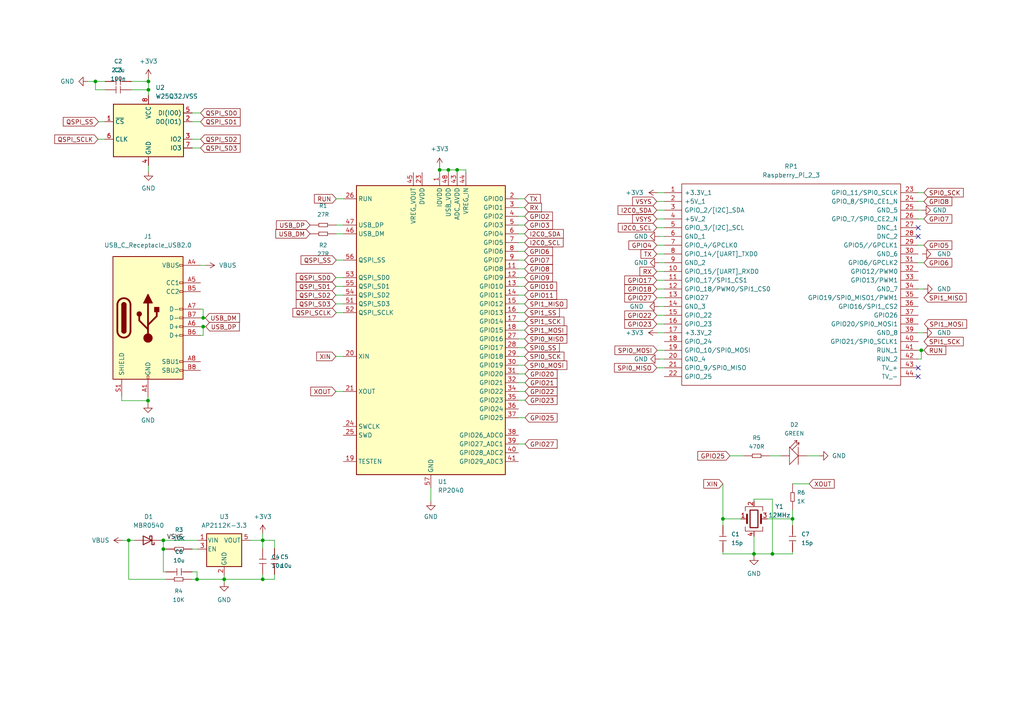
<source format=kicad_sch>
(kicad_sch (version 20211123) (generator eeschema)
  (paper "A4")
  (lib_symbols
    (symbol "Connector:USB_C_Receptacle_USB2.0" (pin_names (offset 1.016))
      (property "Reference" "J" (at -10.16 19.05 0))
      (property "Value" "USB_C_Receptacle_USB2.0" (at 19.05 19.05 0))
      (symbol "USB_C_Receptacle_USB2.0_0_0"
        (rectangle (start -0.254 -17.78) (end 0.254 -16.764))
        (rectangle (start 10.16 -14.986) (end 9.144 -15.494))
        (rectangle (start 10.16 -12.446) (end 9.144 -12.954))
        (rectangle (start 10.16 -4.826) (end 9.144 -5.334))
        (rectangle (start 10.16 -2.286) (end 9.144 -2.794))
        (rectangle (start 10.16 0.254) (end 9.144 -0.254))
        (rectangle (start 10.16 2.794) (end 9.144 2.286))
        (rectangle (start 10.16 7.874) (end 9.144 7.366))
        (rectangle (start 10.16 10.414) (end 9.144 9.906))
        (rectangle (start 10.16 15.494) (end 9.144 14.986))
      )
      (symbol "USB_C_Receptacle_USB2.0_0_1"
        (rectangle (start -10.16 17.78) (end 10.16 -17.78) (stroke (width 0.254)) (fill (type background)))
        (arc (start -8.89 -3.81) (mid -6.985 -5.715) (end -5.08 -3.81) (stroke (width 0.508)))
        (arc (start -7.62 -3.81) (mid -6.985 -4.445) (end -6.35 -3.81) (stroke (width 0.254)))
        (arc (start -7.62 -3.81) (mid -6.985 -4.445) (end -6.35 -3.81) (stroke (width 0.254)) (fill (type outline)))
        (rectangle (start -7.62 -3.81) (end -6.35 3.81) (stroke (width 0.254)) (fill (type outline)))
        (arc (start -6.35 3.81) (mid -6.985 4.445) (end -7.62 3.81) (stroke (width 0.254)))
        (arc (start -6.35 3.81) (mid -6.985 4.445) (end -7.62 3.81) (stroke (width 0.254)) (fill (type outline)))
        (arc (start -5.08 3.81) (mid -6.985 5.715) (end -8.89 3.81) (stroke (width 0.508)))
        (circle (center -2.54 1.143) (radius 0.635) (stroke (width 0.254)) (fill (type outline)))
        (circle (center 0 -5.842) (radius 1.27) (fill (type outline)))
        (polyline (pts (xy -8.89 -3.81) (xy -8.89 3.81)) (stroke (width 0.508)))
        (polyline (pts (xy -5.08 3.81) (xy -5.08 -3.81)) (stroke (width 0.508)))
        (polyline (pts (xy 0 -5.842) (xy 0 4.318)) (stroke (width 0.508)))
        (polyline (pts (xy 0 -3.302) (xy -2.54 -0.762) (xy -2.54 0.508)) (stroke (width 0.508)))
        (polyline (pts (xy 0 -2.032) (xy 2.54 0.508) (xy 2.54 1.778)) (stroke (width 0.508)))
        (polyline (pts (xy -1.27 4.318) (xy 0 6.858) (xy 1.27 4.318) (xy -1.27 4.318)) (stroke (width 0.254)) (fill (type outline)))
        (rectangle (start 1.905 1.778) (end 3.175 3.048) (stroke (width 0.254)) (fill (type outline)))
      )
      (symbol "USB_C_Receptacle_USB2.0_1_1"
        (pin passive line (at 0 -22.86 90) (length 5.08) (name "GND") (number "A1"))
        (pin passive line (at 0 -22.86 90) (length 5.08) hide (name "GND") (number "A12"))
        (pin passive line (at 15.24 15.24 180) (length 5.08) (name "VBUS") (number "A4"))
        (pin bidirectional line (at 15.24 10.16 180) (length 5.08) (name "CC1") (number "A5"))
        (pin bidirectional line (at 15.24 -2.54 180) (length 5.08) (name "D+") (number "A6"))
        (pin bidirectional line (at 15.24 2.54 180) (length 5.08) (name "D-") (number "A7"))
        (pin bidirectional line (at 15.24 -12.7 180) (length 5.08) (name "SBU1") (number "A8"))
        (pin passive line (at 15.24 15.24 180) (length 5.08) hide (name "VBUS") (number "A9"))
        (pin passive line (at 0 -22.86 90) (length 5.08) hide (name "GND") (number "B1"))
        (pin passive line (at 0 -22.86 90) (length 5.08) hide (name "GND") (number "B12"))
        (pin passive line (at 15.24 15.24 180) (length 5.08) hide (name "VBUS") (number "B4"))
        (pin bidirectional line (at 15.24 7.62 180) (length 5.08) (name "CC2") (number "B5"))
        (pin bidirectional line (at 15.24 -5.08 180) (length 5.08) (name "D+") (number "B6"))
        (pin bidirectional line (at 15.24 0 180) (length 5.08) (name "D-") (number "B7"))
        (pin bidirectional line (at 15.24 -15.24 180) (length 5.08) (name "SBU2") (number "B8"))
        (pin passive line (at 15.24 15.24 180) (length 5.08) hide (name "VBUS") (number "B9"))
        (pin passive line (at -7.62 -22.86 90) (length 5.08) (name "SHIELD") (number "S1"))
      )
    )
    (symbol "Device:Crystal_GND24" (pin_names (offset 1.016) hide)
      (property "Reference" "Y" (at 3.175 5.08 0))
      (property "Value" "Crystal_GND24" (at 3.175 3.175 0))
      (symbol "Crystal_GND24_0_1"
        (rectangle (start -1.143 2.54) (end 1.143 -2.54) (stroke (width 0.3048)))
        (polyline (pts (xy -2.54 0) (xy -2.032 0)))
        (polyline (pts (xy -2.032 -1.27) (xy -2.032 1.27)) (stroke (width 0.508)))
        (polyline (pts (xy 0 -3.81) (xy 0 -3.556)))
        (polyline (pts (xy 0 3.556) (xy 0 3.81)))
        (polyline (pts (xy 2.032 -1.27) (xy 2.032 1.27)) (stroke (width 0.508)))
        (polyline (pts (xy 2.032 0) (xy 2.54 0)))
        (polyline (pts (xy -2.54 -2.286) (xy -2.54 -3.556) (xy 2.54 -3.556) (xy 2.54 -2.286)))
        (polyline (pts (xy -2.54 2.286) (xy -2.54 3.556) (xy 2.54 3.556) (xy 2.54 2.286)))
      )
      (symbol "Crystal_GND24_1_1"
        (pin passive line (at -3.81 0 0) (length 1.27) (name "1") (number "1"))
        (pin passive line (at 0 5.08 270) (length 1.27) (name "2") (number "2"))
        (pin passive line (at 3.81 0 180) (length 1.27) (name "3") (number "3"))
        (pin passive line (at 0 -5.08 90) (length 1.27) (name "4") (number "4"))
      )
    )
    (symbol "Diode:MBR0540" (pin_numbers hide) (pin_names (offset 1.016) hide)
      (property "Reference" "D" (at 0 2.54 0))
      (property "Value" "MBR0540" (at 0 -2.54 0))
      (symbol "MBR0540_0_1"
        (polyline (pts (xy 1.27 0) (xy -1.27 0)))
        (polyline (pts (xy 1.27 1.27) (xy 1.27 -1.27) (xy -1.27 0) (xy 1.27 1.27)) (stroke (width 0.254)))
        (polyline (pts (xy -1.905 0.635) (xy -1.905 1.27) (xy -1.27 1.27) (xy -1.27 -1.27) (xy -0.635 -1.27) (xy -0.635 -0.635)) (stroke (width 0.254)))
      )
      (symbol "MBR0540_1_1"
        (pin passive line (at -3.81 0 0) (length 2.54) (name "K") (number "1"))
        (pin passive line (at 3.81 0 180) (length 2.54) (name "A") (number "2"))
      )
    )
    (symbol "MCU_RaspberryPi:RP2040"
      (property "Reference" "U" (at 17.78 45.72 0))
      (property "Value" "RP2040" (at 17.78 43.18 0))
      (symbol "RP2040_0_1"
        (rectangle (start -21.59 41.91) (end 21.59 -41.91) (stroke (width 0.254)) (fill (type background)))
      )
      (symbol "RP2040_1_1"
        (pin power_in line (at 2.54 45.72 270) (length 3.81) (name "IOVDD") (number "1"))
        (pin passive line (at 2.54 45.72 270) (length 3.81) hide (name "IOVDD") (number "10"))
        (pin bidirectional line (at 25.4 17.78 180) (length 3.81) (name "GPIO8") (number "11"))
        (pin bidirectional line (at 25.4 15.24 180) (length 3.81) (name "GPIO9") (number "12"))
        (pin bidirectional line (at 25.4 12.7 180) (length 3.81) (name "GPIO10") (number "13"))
        (pin bidirectional line (at 25.4 10.16 180) (length 3.81) (name "GPIO11") (number "14"))
        (pin bidirectional line (at 25.4 7.62 180) (length 3.81) (name "GPIO12") (number "15"))
        (pin bidirectional line (at 25.4 5.08 180) (length 3.81) (name "GPIO13") (number "16"))
        (pin bidirectional line (at 25.4 2.54 180) (length 3.81) (name "GPIO14") (number "17"))
        (pin bidirectional line (at 25.4 0 180) (length 3.81) (name "GPIO15") (number "18"))
        (pin input line (at -25.4 -38.1 0) (length 3.81) (name "TESTEN") (number "19"))
        (pin bidirectional line (at 25.4 38.1 180) (length 3.81) (name "GPIO0") (number "2"))
        (pin input line (at -25.4 -7.62 0) (length 3.81) (name "XIN") (number "20"))
        (pin passive line (at -25.4 -17.78 0) (length 3.81) (name "XOUT") (number "21"))
        (pin passive line (at 2.54 45.72 270) (length 3.81) hide (name "IOVDD") (number "22"))
        (pin power_in line (at -2.54 45.72 270) (length 3.81) (name "DVDD") (number "23"))
        (pin output line (at -25.4 -27.94 0) (length 3.81) (name "SWCLK") (number "24"))
        (pin bidirectional line (at -25.4 -30.48 0) (length 3.81) (name "SWD") (number "25"))
        (pin input line (at -25.4 38.1 0) (length 3.81) (name "RUN") (number "26"))
        (pin bidirectional line (at 25.4 -2.54 180) (length 3.81) (name "GPIO16") (number "27"))
        (pin bidirectional line (at 25.4 -5.08 180) (length 3.81) (name "GPIO17") (number "28"))
        (pin bidirectional line (at 25.4 -7.62 180) (length 3.81) (name "GPIO18") (number "29"))
        (pin bidirectional line (at 25.4 35.56 180) (length 3.81) (name "GPIO1") (number "3"))
        (pin bidirectional line (at 25.4 -10.16 180) (length 3.81) (name "GPIO19") (number "30"))
        (pin bidirectional line (at 25.4 -12.7 180) (length 3.81) (name "GPIO20") (number "31"))
        (pin bidirectional line (at 25.4 -15.24 180) (length 3.81) (name "GPIO21") (number "32"))
        (pin passive line (at 2.54 45.72 270) (length 3.81) hide (name "IOVDD") (number "33"))
        (pin bidirectional line (at 25.4 -17.78 180) (length 3.81) (name "GPIO22") (number "34"))
        (pin bidirectional line (at 25.4 -20.32 180) (length 3.81) (name "GPIO23") (number "35"))
        (pin bidirectional line (at 25.4 -22.86 180) (length 3.81) (name "GPIO24") (number "36"))
        (pin bidirectional line (at 25.4 -25.4 180) (length 3.81) (name "GPIO25") (number "37"))
        (pin bidirectional line (at 25.4 -30.48 180) (length 3.81) (name "GPIO26_ADC0") (number "38"))
        (pin bidirectional line (at 25.4 -33.02 180) (length 3.81) (name "GPIO27_ADC1") (number "39"))
        (pin bidirectional line (at 25.4 33.02 180) (length 3.81) (name "GPIO2") (number "4"))
        (pin bidirectional line (at 25.4 -35.56 180) (length 3.81) (name "GPIO28_ADC2") (number "40"))
        (pin bidirectional line (at 25.4 -38.1 180) (length 3.81) (name "GPIO29_ADC3") (number "41"))
        (pin passive line (at 2.54 45.72 270) (length 3.81) hide (name "IOVDD") (number "42"))
        (pin power_in line (at 7.62 45.72 270) (length 3.81) (name "ADC_AVDD") (number "43"))
        (pin power_in line (at 10.16 45.72 270) (length 3.81) (name "VREG_IN") (number "44"))
        (pin power_out line (at -5.08 45.72 270) (length 3.81) (name "VREG_VOUT") (number "45"))
        (pin bidirectional line (at -25.4 27.94 0) (length 3.81) (name "USB_DM") (number "46"))
        (pin bidirectional line (at -25.4 30.48 0) (length 3.81) (name "USB_DP") (number "47"))
        (pin power_in line (at 5.08 45.72 270) (length 3.81) (name "USB_VDD") (number "48"))
        (pin passive line (at 2.54 45.72 270) (length 3.81) hide (name "IOVDD") (number "49"))
        (pin bidirectional line (at 25.4 30.48 180) (length 3.81) (name "GPIO3") (number "5"))
        (pin passive line (at -2.54 45.72 270) (length 3.81) hide (name "DVDD") (number "50"))
        (pin bidirectional line (at -25.4 7.62 0) (length 3.81) (name "QSPI_SD3") (number "51"))
        (pin output line (at -25.4 5.08 0) (length 3.81) (name "QSPI_SCLK") (number "52"))
        (pin bidirectional line (at -25.4 15.24 0) (length 3.81) (name "QSPI_SD0") (number "53"))
        (pin bidirectional line (at -25.4 10.16 0) (length 3.81) (name "QSPI_SD2") (number "54"))
        (pin bidirectional line (at -25.4 12.7 0) (length 3.81) (name "QSPI_SD1") (number "55"))
        (pin bidirectional line (at -25.4 20.32 0) (length 3.81) (name "QSPI_SS") (number "56"))
        (pin power_in line (at 0 -45.72 90) (length 3.81) (name "GND") (number "57"))
        (pin bidirectional line (at 25.4 27.94 180) (length 3.81) (name "GPIO4") (number "6"))
        (pin bidirectional line (at 25.4 25.4 180) (length 3.81) (name "GPIO5") (number "7"))
        (pin bidirectional line (at 25.4 22.86 180) (length 3.81) (name "GPIO6") (number "8"))
        (pin bidirectional line (at 25.4 20.32 180) (length 3.81) (name "GPIO7") (number "9"))
      )
    )
    (symbol "Memory_Flash:W25Q32JVSS"
      (property "Reference" "U" (at -8.89 8.89 0))
      (property "Value" "W25Q32JVSS" (at 7.62 8.89 0))
      (symbol "W25Q32JVSS_0_1"
        (rectangle (start -10.16 7.62) (end 10.16 -7.62) (stroke (width 0.254)) (fill (type background)))
      )
      (symbol "W25Q32JVSS_1_1"
        (pin input line (at -12.7 2.54 0) (length 2.54) (name "~{CS}") (number "1"))
        (pin bidirectional line (at 12.7 2.54 180) (length 2.54) (name "DO(IO1)") (number "2"))
        (pin bidirectional line (at 12.7 -2.54 180) (length 2.54) (name "IO2") (number "3"))
        (pin power_in line (at 0 -10.16 90) (length 2.54) (name "GND") (number "4"))
        (pin bidirectional line (at 12.7 5.08 180) (length 2.54) (name "DI(IO0)") (number "5"))
        (pin input line (at -12.7 -2.54 0) (length 2.54) (name "CLK") (number "6"))
        (pin bidirectional line (at 12.7 -5.08 180) (length 2.54) (name "IO3") (number "7"))
        (pin power_in line (at 0 10.16 270) (length 2.54) (name "VCC") (number "8"))
      )
    )
    (symbol "OPL_Capacitor:CERAMIC-100UF-6.3V-20%-X5R_1206_" (pin_numbers hide) (pin_names (offset 1.016) hide)
      (property "Reference" "C" (at -3.81 1.27 0))
      (property "Value" "CERAMIC-100UF-6.3V-20%-X5R_1206_" (at -3.81 -2.54 0))
      (symbol "CERAMIC-100UF-6.3V-20%-X5R_1206__1_0"
        (polyline (pts (xy -1.27 0) (xy -0.635 0)))
        (polyline (pts (xy -0.635 -1.016) (xy -0.635 0)))
        (polyline (pts (xy -0.635 0) (xy -0.635 1.016)))
        (polyline (pts (xy 0.635 0) (xy 0.635 -1.016)))
        (polyline (pts (xy 0.635 0) (xy 1.27 0)))
        (polyline (pts (xy 0.635 1.016) (xy 0.635 0)))
      )
      (symbol "CERAMIC-100UF-6.3V-20%-X5R_1206__1_1"
        (pin passive line (at -3.81 0 0) (length 2.54) (name "1") (number "1"))
        (pin passive line (at 3.81 0 180) (length 2.54) (name "2") (number "2"))
      )
    )
    (symbol "OPL_Optoelectronics:SMD-LED-CLEAR-GREEN_0805_" (pin_numbers hide) (pin_names (offset 1.016) hide)
      (property "Reference" "D" (at -7.62 1.27 0))
      (property "Value" "SMD-LED-CLEAR-GREEN_0805_" (at -5.08 -5.08 0))
      (symbol "SMD-LED-CLEAR-GREEN_0805__1_0"
        (polyline (pts (xy -1.27 -2.54) (xy -1.27 2.54)))
        (polyline (pts (xy -1.27 2.54) (xy -1.143 2.413)))
        (polyline (pts (xy -1.143 2.413) (xy -0.508 1.778)))
        (polyline (pts (xy -1.143 2.413) (xy 0.889 4.445)))
        (polyline (pts (xy -0.508 1.778) (xy 1.27 0)))
        (polyline (pts (xy -0.508 1.778) (xy 1.524 3.81)))
        (polyline (pts (xy 0.889 4.445) (xy 0.127 4.318)))
        (polyline (pts (xy 0.889 4.445) (xy 0.762 3.683)))
        (polyline (pts (xy 1.27 0) (xy -1.27 -2.54)))
        (polyline (pts (xy 1.27 2.54) (xy 1.27 -2.54)))
        (polyline (pts (xy 1.524 3.81) (xy 0.762 3.683)))
        (polyline (pts (xy 1.524 3.81) (xy 1.397 3.048)))
      )
      (symbol "SMD-LED-CLEAR-GREEN_0805__1_1"
        (pin passive line (at -3.81 0 0) (length 2.54) (name "+") (number "1"))
        (pin passive line (at 3.81 0 180) (length 2.54) (name "-") (number "2"))
      )
    )
    (symbol "OPL_Resistor:SMD-RES-20K-1%-1_10W_0603_" (pin_numbers hide) (pin_names (offset 1.016) hide)
      (property "Reference" "R" (at -3.81 1.27 0))
      (property "Value" "SMD-RES-20K-1%-1_10W_0603_" (at -3.81 -2.54 0))
      (symbol "SMD-RES-20K-1%-1_10W_0603__1_0"
        (polyline (pts (xy -1.27 -0.508) (xy -1.27 0.508)))
        (polyline (pts (xy -1.27 0.508) (xy 1.27 0.508)))
        (polyline (pts (xy 1.27 -0.508) (xy -1.27 -0.508)))
        (polyline (pts (xy 1.27 0.508) (xy 1.27 -0.508)))
      )
      (symbol "SMD-RES-20K-1%-1_10W_0603__1_1"
        (pin passive line (at -3.81 0 0) (length 2.54) (name "1") (number "1"))
        (pin passive line (at 3.81 0 180) (length 2.54) (name "2") (number "2"))
      )
    )
    (symbol "Raspberry_Pi_2_or_3:Raspberry_Pi_2_3" (pin_names (offset 0.762))
      (property "Reference" "RP" (at 30.48 27.94 0))
      (property "Value" "Raspberry_Pi_2_3" (at 30.48 25.4 0))
      (symbol "Raspberry_Pi_2_3_0_0"
        (pin bidirectional line (at 0 0 0) (length 5.08) (name "+3.3V_1") (number "1"))
        (pin bidirectional line (at 0 -22.86 0) (length 5.08) (name "GPIO_15/[UART]_RXD0") (number "10"))
        (pin bidirectional line (at 0 -25.4 0) (length 5.08) (name "GPIO_17/SPI1_CS1") (number "11"))
        (pin bidirectional line (at 0 -27.94 0) (length 5.08) (name "GPIO_18/PWM0/SPI1_CS0") (number "12"))
        (pin bidirectional line (at 0 -30.48 0) (length 5.08) (name "GPIO27") (number "13"))
        (pin bidirectional line (at 0 -33.02 0) (length 5.08) (name "GND_3") (number "14"))
        (pin bidirectional line (at 0 -35.56 0) (length 5.08) (name "GPIO_22") (number "15"))
        (pin bidirectional line (at 0 -38.1 0) (length 5.08) (name "GPIO_23") (number "16"))
        (pin bidirectional line (at 0 -40.64 0) (length 5.08) (name "+3.3V_2") (number "17"))
        (pin bidirectional line (at 0 -43.18 0) (length 5.08) (name "GPIO_24") (number "18"))
        (pin bidirectional line (at 0 -45.72 0) (length 5.08) (name "GPIO_10/SPI0_MOSI") (number "19"))
        (pin bidirectional line (at 0 -2.54 0) (length 5.08) (name "+5V_1") (number "2"))
        (pin bidirectional line (at 0 -48.26 0) (length 5.08) (name "GND_4") (number "20"))
        (pin bidirectional line (at 0 -50.8 0) (length 5.08) (name "GPIO_9/SPI0_MISO") (number "21"))
        (pin bidirectional line (at 0 -53.34 0) (length 5.08) (name "GPIO_25") (number "22"))
        (pin bidirectional line (at 73.66 0 180) (length 5.08) (name "GPIO_11/SPI0_SCLK") (number "23"))
        (pin bidirectional line (at 73.66 -2.54 180) (length 5.08) (name "GPIO_8/SPI0_CE1_N") (number "24"))
        (pin bidirectional line (at 73.66 -5.08 180) (length 5.08) (name "GND_5") (number "25"))
        (pin bidirectional line (at 73.66 -7.62 180) (length 5.08) (name "GPIO_7/SPI0_CE2_N") (number "26"))
        (pin bidirectional line (at 73.66 -10.16 180) (length 5.08) (name "DNC_1") (number "27"))
        (pin bidirectional line (at 73.66 -12.7 180) (length 5.08) (name "DNC_2") (number "28"))
        (pin bidirectional line (at 73.66 -15.24 180) (length 5.08) (name "GPIO5//GPCLK1") (number "29"))
        (pin bidirectional line (at 0 -5.08 0) (length 5.08) (name "GPIO_2/[I2C]_SDA") (number "3"))
        (pin bidirectional line (at 73.66 -17.78 180) (length 5.08) (name "GND_6") (number "30"))
        (pin bidirectional line (at 73.66 -20.32 180) (length 5.08) (name "GPIO6/GPCLK2") (number "31"))
        (pin bidirectional line (at 73.66 -22.86 180) (length 5.08) (name "GPIO12/PWM0") (number "32"))
        (pin bidirectional line (at 73.66 -25.4 180) (length 5.08) (name "GPIO13/PWM1") (number "33"))
        (pin bidirectional line (at 73.66 -27.94 180) (length 5.08) (name "GND_7") (number "34"))
        (pin bidirectional line (at 73.66 -30.48 180) (length 5.08) (name "GPIO19/SPI0_MISO1/PWM1") (number "35"))
        (pin bidirectional line (at 73.66 -33.02 180) (length 5.08) (name "GPIO16/SPI1_CS2") (number "36"))
        (pin bidirectional line (at 73.66 -35.56 180) (length 5.08) (name "GPIO26") (number "37"))
        (pin bidirectional line (at 73.66 -38.1 180) (length 5.08) (name "GPIO20/SPI0_MOSI1") (number "38"))
        (pin bidirectional line (at 73.66 -40.64 180) (length 5.08) (name "GND_8") (number "39"))
        (pin bidirectional line (at 0 -7.62 0) (length 5.08) (name "+5V_2") (number "4"))
        (pin bidirectional line (at 73.66 -43.18 180) (length 5.08) (name "GPIO21/SPI0_SCLK1") (number "40"))
        (pin bidirectional line (at 73.66 -45.72 180) (length 5.08) (name "RUN_1") (number "41"))
        (pin bidirectional line (at 73.66 -48.26 180) (length 5.08) (name "RUN_2") (number "42"))
        (pin bidirectional line (at 73.66 -50.8 180) (length 5.08) (name "TV_+") (number "43"))
        (pin bidirectional line (at 73.66 -53.34 180) (length 5.08) (name "TV_-") (number "44"))
        (pin bidirectional line (at 0 -10.16 0) (length 5.08) (name "GPIO_3/[I2C]_SCL") (number "5"))
        (pin bidirectional line (at 0 -12.7 0) (length 5.08) (name "GND_1") (number "6"))
        (pin bidirectional line (at 0 -15.24 0) (length 5.08) (name "GPIO_4/GPCLK0") (number "7"))
        (pin bidirectional line (at 0 -17.78 0) (length 5.08) (name "GPIO_14/[UART]_TXD0") (number "8"))
        (pin bidirectional line (at 0 -20.32 0) (length 5.08) (name "GND_2") (number "9"))
      )
      (symbol "Raspberry_Pi_2_3_0_1"
        (polyline (pts (xy 5.08 2.54) (xy 68.58 2.54) (xy 68.58 -55.88) (xy 5.08 -55.88) (xy 5.08 2.54)) (stroke (width 0.1524)))
      )
    )
    (symbol "Regulator_Linear:AP2112K-3.3" (pin_names (offset 0.254))
      (property "Reference" "U" (at -5.08 5.715 0))
      (property "Value" "AP2112K-3.3" (at 0 5.715 0))
      (symbol "AP2112K-3.3_0_1"
        (rectangle (start -5.08 4.445) (end 5.08 -5.08) (stroke (width 0.254)) (fill (type background)))
      )
      (symbol "AP2112K-3.3_1_1"
        (pin power_in line (at -7.62 2.54 0) (length 2.54) (name "VIN") (number "1"))
        (pin power_in line (at 0 -7.62 90) (length 2.54) (name "GND") (number "2"))
        (pin input line (at -7.62 0 0) (length 2.54) (name "EN") (number "3"))
        (pin no_connect line (at 5.08 0 180) (length 2.54) hide (name "NC") (number "4"))
        (pin power_out line (at 7.62 2.54 180) (length 2.54) (name "VOUT") (number "5"))
      )
    )
    (symbol "power:+3V3" (power) (pin_names (offset 0))
      (property "Value" "+3V3" (at 0 3.556 0))
      (symbol "+3V3_0_1"
        (polyline (pts (xy -0.762 1.27) (xy 0 2.54)))
        (polyline (pts (xy 0 0) (xy 0 2.54)))
        (polyline (pts (xy 0 2.54) (xy 0.762 1.27)))
      )
      (symbol "+3V3_1_1"
        (pin power_in line (at 0 0 90) (length 0) hide (name "+3V3") (number "1"))
      )
    )
    (symbol "power:GND" (power) (pin_names (offset 0))
      (property "Value" "GND" (at 0 -3.81 0))
      (symbol "GND_0_1"
        (polyline (pts (xy 0 0) (xy 0 -1.27) (xy 1.27 -1.27) (xy 0 -2.54) (xy -1.27 -1.27) (xy 0 -1.27)))
      )
      (symbol "GND_1_1"
        (pin power_in line (at 0 0 270) (length 0) hide (name "GND") (number "1"))
      )
    )
    (symbol "power:VBUS" (power) (pin_names (offset 0))
      (property "Value" "VBUS" (at 0 3.81 0))
      (symbol "VBUS_0_1"
        (polyline (pts (xy -0.762 1.27) (xy 0 2.54)))
        (polyline (pts (xy 0 0) (xy 0 2.54)))
        (polyline (pts (xy 0 2.54) (xy 0.762 1.27)))
      )
      (symbol "VBUS_1_1"
        (pin power_in line (at 0 0 90) (length 0) hide (name "VBUS") (number "1"))
      )
    )
  )
  (junction (at 127.508 49.276))
  (junction (at 76.2 168.021))
  (junction (at 76.2 156.718))
  (junction (at 224.028 160.655))
  (junction (at 37.338 156.718))
  (junction (at 218.694 160.655))
  (junction (at 57.15 168.021))
  (junction (at 267.208 101.6))
  (junction (at 209.677 150.495))
  (junction (at 27.686 23.622))
  (junction (at 43.053 23.622))
  (junction (at 47.371 156.718))
  (junction (at 58.928 92.202))
  (junction (at 132.588 49.276))
  (junction (at 58.928 94.742))
  (junction (at 43.053 26.035))
  (junction (at 47.371 159.258))
  (junction (at 42.926 116.205))
  (junction (at 130.048 49.276))
  (junction (at 229.87 150.495))
  (junction (at 65.024 168.021))
  (no_connect (at 266.319 109.22))
  (no_connect (at 266.319 106.68))
  (no_connect (at 266.319 66.04))
  (no_connect (at 266.319 68.58))
  (wire (pts (xy 38.1 23.622) (xy 43.053 23.622)))
  (wire (pts (xy 150.368 105.918) (xy 152.146 105.918)))
  (wire (pts (xy 76.2 166.624) (xy 76.2 168.021)))
  (wire (pts (xy 218.694 160.655) (xy 218.694 161.29)))
  (wire (pts (xy 58.928 89.662) (xy 58.928 92.202)))
  (wire (pts (xy 43.053 23.622) (xy 43.053 26.035)))
  (wire (pts (xy 48.133 159.258) (xy 47.371 159.258)))
  (wire (pts (xy 43.053 22.733) (xy 43.053 23.622)))
  (wire (pts (xy 97.409 80.518) (xy 99.568 80.518)))
  (wire (pts (xy 124.968 141.478) (xy 124.968 145.415)))
  (wire (pts (xy 97.536 65.278) (xy 99.568 65.278)))
  (wire (pts (xy 209.677 140.335) (xy 209.677 150.495)))
  (wire (pts (xy 47.371 159.258) (xy 47.371 156.718)))
  (wire (pts (xy 190.5 83.82) (xy 192.659 83.82)))
  (wire (pts (xy 76.2 154.813) (xy 76.2 156.718)))
  (wire (pts (xy 150.368 103.378) (xy 152.146 103.378)))
  (wire (pts (xy 97.536 57.658) (xy 99.568 57.658)))
  (wire (pts (xy 190.5 91.44) (xy 192.659 91.44)))
  (wire (pts (xy 132.588 49.276) (xy 130.048 49.276)))
  (wire (pts (xy 97.409 83.058) (xy 99.568 83.058)))
  (wire (pts (xy 190.754 55.88) (xy 192.659 55.88)))
  (wire (pts (xy 30.48 26.035) (xy 27.686 26.035)))
  (wire (pts (xy 42.926 115.062) (xy 42.926 116.205)))
  (wire (pts (xy 190.5 66.04) (xy 192.659 66.04)))
  (wire (pts (xy 79.629 166.624) (xy 79.629 168.021)))
  (wire (pts (xy 37.338 156.718) (xy 38.989 156.718)))
  (wire (pts (xy 190.5 78.74) (xy 192.659 78.74)))
  (wire (pts (xy 190.627 96.52) (xy 192.659 96.52)))
  (wire (pts (xy 55.753 165.862) (xy 57.15 165.862)))
  (wire (pts (xy 150.368 95.758) (xy 152.146 95.758)))
  (wire (pts (xy 150.368 116.078) (xy 152.273 116.078)))
  (wire (pts (xy 209.677 150.495) (xy 209.677 152.4)))
  (wire (pts (xy 229.87 150.495) (xy 229.87 152.4)))
  (wire (pts (xy 150.368 113.538) (xy 152.273 113.538)))
  (wire (pts (xy 234.061 132.207) (xy 237.617 132.207)))
  (wire (pts (xy 28.448 40.386) (xy 30.353 40.386)))
  (wire (pts (xy 28.575 35.306) (xy 30.353 35.306)))
  (wire (pts (xy 55.753 40.386) (xy 58.166 40.386)))
  (wire (pts (xy 76.2 156.718) (xy 76.2 159.004)))
  (wire (pts (xy 43.053 26.035) (xy 43.053 27.686)))
  (wire (pts (xy 211.709 132.207) (xy 215.646 132.207)))
  (wire (pts (xy 25.4 23.622) (xy 27.686 23.622)))
  (wire (pts (xy 266.319 55.88) (xy 267.97 55.88)))
  (wire (pts (xy 150.368 108.458) (xy 152.273 108.458)))
  (wire (pts (xy 65.024 166.878) (xy 65.024 168.021)))
  (wire (pts (xy 150.368 98.298) (xy 152.146 98.298)))
  (wire (pts (xy 37.338 168.021) (xy 37.338 156.718)))
  (wire (pts (xy 218.694 144.78) (xy 224.028 144.78)))
  (wire (pts (xy 58.166 89.662) (xy 58.928 89.662)))
  (wire (pts (xy 229.87 140.335) (xy 234.696 140.335)))
  (wire (pts (xy 58.928 94.742) (xy 59.69 94.742)))
  (wire (pts (xy 130.048 49.276) (xy 127.508 49.276)))
  (wire (pts (xy 76.2 156.718) (xy 79.629 156.718)))
  (wire (pts (xy 58.928 97.282) (xy 58.928 94.742)))
  (wire (pts (xy 48.133 165.862) (xy 47.371 165.862)))
  (wire (pts (xy 97.536 75.438) (xy 99.568 75.438)))
  (wire (pts (xy 223.266 132.207) (xy 226.441 132.207)))
  (wire (pts (xy 48.006 168.021) (xy 37.338 168.021)))
  (wire (pts (xy 190.5 93.98) (xy 192.659 93.98)))
  (wire (pts (xy 190.5 106.68) (xy 192.659 106.68)))
  (wire (pts (xy 266.319 101.6) (xy 267.208 101.6)))
  (wire (pts (xy 150.368 93.218) (xy 152.146 93.218)))
  (wire (pts (xy 58.166 76.962) (xy 59.69 76.962)))
  (wire (pts (xy 43.053 48.006) (xy 43.053 49.784)))
  (wire (pts (xy 191.262 104.14) (xy 192.659 104.14)))
  (wire (pts (xy 267.208 104.14) (xy 267.208 101.6)))
  (wire (pts (xy 47.371 156.718) (xy 57.404 156.718)))
  (wire (pts (xy 72.644 156.718) (xy 76.2 156.718)))
  (wire (pts (xy 150.368 67.818) (xy 152.146 67.818)))
  (wire (pts (xy 190.5 71.12) (xy 192.659 71.12)))
  (wire (pts (xy 150.368 60.198) (xy 152.146 60.198)))
  (wire (pts (xy 97.536 90.678) (xy 99.568 90.678)))
  (wire (pts (xy 42.926 116.205) (xy 42.926 117.094)))
  (wire (pts (xy 191.135 68.58) (xy 192.659 68.58)))
  (wire (pts (xy 150.368 75.438) (xy 152.146 75.438)))
  (wire (pts (xy 190.5 60.96) (xy 192.659 60.96)))
  (wire (pts (xy 190.627 101.6) (xy 192.659 101.6)))
  (wire (pts (xy 35.56 156.718) (xy 37.338 156.718)))
  (wire (pts (xy 55.753 42.926) (xy 58.166 42.926)))
  (wire (pts (xy 46.609 156.718) (xy 47.371 156.718)))
  (wire (pts (xy 55.753 35.306) (xy 58.166 35.306)))
  (wire (pts (xy 97.409 88.138) (xy 99.568 88.138)))
  (wire (pts (xy 191.008 88.9) (xy 192.659 88.9)))
  (wire (pts (xy 150.368 128.778) (xy 152.273 128.778)))
  (wire (pts (xy 150.368 121.158) (xy 152.273 121.158)))
  (wire (pts (xy 58.928 92.202) (xy 59.563 92.202)))
  (wire (pts (xy 150.368 90.678) (xy 152.146 90.678)))
  (wire (pts (xy 266.319 60.96) (xy 267.335 60.96)))
  (wire (pts (xy 150.368 72.898) (xy 152.146 72.898)))
  (wire (pts (xy 224.028 144.78) (xy 224.028 160.655)))
  (wire (pts (xy 127.508 48.387) (xy 127.508 49.276)))
  (wire (pts (xy 190.5 63.5) (xy 192.659 63.5)))
  (wire (pts (xy 266.319 58.42) (xy 267.97 58.42)))
  (wire (pts (xy 97.409 113.538) (xy 99.568 113.538)))
  (wire (pts (xy 57.15 165.862) (xy 57.15 168.021)))
  (wire (pts (xy 266.319 71.12) (xy 267.97 71.12)))
  (wire (pts (xy 218.694 145.415) (xy 218.694 144.78)))
  (wire (pts (xy 229.87 160.655) (xy 224.028 160.655)))
  (wire (pts (xy 150.368 62.738) (xy 152.146 62.738)))
  (wire (pts (xy 135.128 50.038) (xy 135.128 49.276)))
  (wire (pts (xy 58.166 94.742) (xy 58.928 94.742)))
  (wire (pts (xy 190.5 73.66) (xy 192.659 73.66)))
  (wire (pts (xy 58.166 92.202) (xy 58.928 92.202)))
  (wire (pts (xy 150.368 110.998) (xy 152.273 110.998)))
  (wire (pts (xy 209.677 160.655) (xy 218.694 160.655)))
  (wire (pts (xy 38.1 26.035) (xy 43.053 26.035)))
  (wire (pts (xy 130.048 50.038) (xy 130.048 49.276)))
  (wire (pts (xy 150.368 85.598) (xy 152.146 85.598)))
  (wire (pts (xy 150.368 57.658) (xy 152.146 57.658)))
  (wire (pts (xy 97.409 103.378) (xy 99.568 103.378)))
  (wire (pts (xy 35.306 116.205) (xy 42.926 116.205)))
  (wire (pts (xy 58.166 97.282) (xy 58.928 97.282)))
  (wire (pts (xy 190.5 86.36) (xy 192.659 86.36)))
  (wire (pts (xy 97.409 85.598) (xy 99.568 85.598)))
  (wire (pts (xy 266.319 96.52) (xy 267.716 96.52)))
  (wire (pts (xy 150.368 83.058) (xy 152.146 83.058)))
  (wire (pts (xy 266.319 76.2) (xy 267.97 76.2)))
  (wire (pts (xy 127.508 49.276) (xy 127.508 50.038)))
  (wire (pts (xy 267.208 101.6) (xy 267.97 101.6)))
  (wire (pts (xy 135.128 49.276) (xy 132.588 49.276)))
  (wire (pts (xy 27.686 26.035) (xy 27.686 23.622)))
  (wire (pts (xy 190.5 58.42) (xy 192.659 58.42)))
  (wire (pts (xy 150.368 100.838) (xy 152.146 100.838)))
  (wire (pts (xy 79.629 156.718) (xy 79.629 159.004)))
  (wire (pts (xy 191.135 76.2) (xy 192.659 76.2)))
  (wire (pts (xy 266.319 83.82) (xy 267.843 83.82)))
  (wire (pts (xy 55.753 32.766) (xy 58.166 32.766)))
  (wire (pts (xy 209.677 160.02) (xy 209.677 160.655)))
  (wire (pts (xy 214.884 150.495) (xy 209.677 150.495)))
  (wire (pts (xy 190.5 81.28) (xy 192.659 81.28)))
  (wire (pts (xy 150.368 65.278) (xy 152.146 65.278)))
  (wire (pts (xy 35.306 115.062) (xy 35.306 116.205)))
  (wire (pts (xy 150.368 80.518) (xy 152.146 80.518)))
  (wire (pts (xy 76.2 168.021) (xy 65.024 168.021)))
  (wire (pts (xy 150.368 88.138) (xy 152.146 88.138)))
  (wire (pts (xy 55.626 168.021) (xy 57.15 168.021)))
  (wire (pts (xy 47.371 165.862) (xy 47.371 159.258)))
  (wire (pts (xy 132.588 50.038) (xy 132.588 49.276)))
  (wire (pts (xy 97.536 67.818) (xy 99.568 67.818)))
  (wire (pts (xy 222.504 150.495) (xy 229.87 150.495)))
  (wire (pts (xy 229.87 147.955) (xy 229.87 150.495)))
  (wire (pts (xy 55.753 159.258) (xy 57.404 159.258)))
  (wire (pts (xy 266.319 63.5) (xy 267.97 63.5)))
  (wire (pts (xy 79.629 168.021) (xy 76.2 168.021)))
  (wire (pts (xy 27.686 23.622) (xy 30.48 23.622)))
  (wire (pts (xy 224.028 160.655) (xy 218.694 160.655)))
  (wire (pts (xy 57.15 168.021) (xy 65.024 168.021)))
  (wire (pts (xy 266.319 104.14) (xy 267.208 104.14)))
  (wire (pts (xy 218.694 155.575) (xy 218.694 160.655)))
  (wire (pts (xy 65.024 168.021) (xy 65.024 168.91)))
  (wire (pts (xy 150.368 70.358) (xy 152.146 70.358)))
  (wire (pts (xy 229.87 160.02) (xy 229.87 160.655)))
  (wire (pts (xy 150.368 77.978) (xy 152.146 77.978)))
  (label "VSYS" (at 48.387 156.718 0))
  (global_label "GPIO5" (shape input) (at 267.97 71.12 0) (property "Intersheet References" "${INTERSHEET_REFS}" (effects hide)))
  (global_label "USB_DP" (shape input) (at 89.916 65.278 180) (property "Intersheet References" "${INTERSHEET_REFS}" (effects hide)))
  (global_label "GPIO23" (shape input) (at 190.5 93.98 180) (property "Intersheet References" "${INTERSHEET_REFS}" (effects hide)))
  (global_label "QSPI_SD3" (shape input) (at 97.409 88.138 180) (property "Intersheet References" "${INTERSHEET_REFS}" (effects hide)))
  (global_label "RX" (shape input) (at 190.5 78.74 180) (property "Intersheet References" "${INTERSHEET_REFS}" (effects hide)))
  (global_label "RX" (shape input) (at 152.146 60.198 0) (property "Intersheet References" "${INTERSHEET_REFS}" (effects hide)))
  (global_label "GPIO4" (shape input) (at 190.5 71.12 180) (property "Intersheet References" "${INTERSHEET_REFS}" (effects hide)))
  (global_label "USB_DM" (shape input) (at 89.916 67.818 180) (property "Intersheet References" "${INTERSHEET_REFS}" (effects hide)))
  (global_label "GPIO7" (shape input) (at 267.97 63.5 0) (property "Intersheet References" "${INTERSHEET_REFS}" (effects hide)))
  (global_label "SPI1_MOSI" (shape input) (at 268.097 93.98 0) (property "Intersheet References" "${INTERSHEET_REFS}" (effects hide)))
  (global_label "GPIO9" (shape input) (at 152.146 80.518 0) (property "Intersheet References" "${INTERSHEET_REFS}" (effects hide)))
  (global_label "GPIO6" (shape input) (at 267.97 76.2 0) (property "Intersheet References" "${INTERSHEET_REFS}" (effects hide)))
  (global_label "QSPI_SD1" (shape input) (at 58.166 35.306 0) (property "Intersheet References" "${INTERSHEET_REFS}" (effects hide)))
  (global_label "SPI0_MOSI" (shape input) (at 190.627 101.6 180) (property "Intersheet References" "${INTERSHEET_REFS}" (effects hide)))
  (global_label "GPIO25" (shape input) (at 152.273 121.158 0) (property "Intersheet References" "${INTERSHEET_REFS}" (effects hide)))
  (global_label "QSPI_SD0" (shape input) (at 58.166 32.766 0) (property "Intersheet References" "${INTERSHEET_REFS}" (effects hide)))
  (global_label "QSPI_SD2" (shape input) (at 58.166 40.386 0) (property "Intersheet References" "${INTERSHEET_REFS}" (effects hide)))
  (global_label "GPIO8" (shape input) (at 152.146 77.978 0) (property "Intersheet References" "${INTERSHEET_REFS}" (effects hide)))
  (global_label "SPI0_MISO" (shape input) (at 190.5 106.68 180) (property "Intersheet References" "${INTERSHEET_REFS}" (effects hide)))
  (global_label "I2C0_SCL" (shape input) (at 152.146 70.358 0) (property "Intersheet References" "${INTERSHEET_REFS}" (effects hide)))
  (global_label "GPIO17" (shape input) (at 190.5 81.28 180) (property "Intersheet References" "${INTERSHEET_REFS}" (effects hide)))
  (global_label "XIN" (shape input) (at 97.409 103.378 180) (property "Intersheet References" "${INTERSHEET_REFS}" (effects hide)))
  (global_label "QSPI_SS" (shape input) (at 97.536 75.438 180) (property "Intersheet References" "${INTERSHEET_REFS}" (effects hide)))
  (global_label "QSPI_SCLK" (shape input) (at 97.536 90.678 180) (property "Intersheet References" "${INTERSHEET_REFS}" (effects hide)))
  (global_label "SPI1_SS" (shape input) (at 152.146 90.678 0) (property "Intersheet References" "${INTERSHEET_REFS}" (effects hide)))
  (global_label "SPI0_MOSI" (shape input) (at 152.146 105.918 0) (property "Intersheet References" "${INTERSHEET_REFS}" (effects hide)))
  (global_label "XOUT" (shape input) (at 234.696 140.335 0) (property "Intersheet References" "${INTERSHEET_REFS}" (effects hide)))
  (global_label "GPIO23" (shape input) (at 152.273 116.078 0) (property "Intersheet References" "${INTERSHEET_REFS}" (effects hide)))
  (global_label "QSPI_SD1" (shape input) (at 97.409 83.058 180) (property "Intersheet References" "${INTERSHEET_REFS}" (effects hide)))
  (global_label "SPI0_SS" (shape input) (at 152.146 100.838 0) (property "Intersheet References" "${INTERSHEET_REFS}" (effects hide)))
  (global_label "USB_DP" (shape input) (at 59.69 94.742 0) (property "Intersheet References" "${INTERSHEET_REFS}" (effects hide)))
  (global_label "GPIO18" (shape input) (at 190.5 83.82 180) (property "Intersheet References" "${INTERSHEET_REFS}" (effects hide)))
  (global_label "RUN" (shape input) (at 267.97 101.6 0) (property "Intersheet References" "${INTERSHEET_REFS}" (effects hide)))
  (global_label "I2C0_SDA" (shape input) (at 152.146 67.818 0) (property "Intersheet References" "${INTERSHEET_REFS}" (effects hide)))
  (global_label "QSPI_SD3" (shape input) (at 58.166 42.926 0) (property "Intersheet References" "${INTERSHEET_REFS}" (effects hide)))
  (global_label "GPIO22" (shape input) (at 152.273 113.538 0) (property "Intersheet References" "${INTERSHEET_REFS}" (effects hide)))
  (global_label "GPIO8" (shape input) (at 267.97 58.42 0) (property "Intersheet References" "${INTERSHEET_REFS}" (effects hide)))
  (global_label "QSPI_SS" (shape input) (at 28.575 35.306 180) (property "Intersheet References" "${INTERSHEET_REFS}" (effects hide)))
  (global_label "SPI1_SCK" (shape input) (at 267.97 99.06 0) (property "Intersheet References" "${INTERSHEET_REFS}" (effects hide)))
  (global_label "XOUT" (shape input) (at 97.409 113.538 180) (property "Intersheet References" "${INTERSHEET_REFS}" (effects hide)))
  (global_label "QSPI_SD0" (shape input) (at 97.409 80.518 180) (property "Intersheet References" "${INTERSHEET_REFS}" (effects hide)))
  (global_label "SPI1_MOSI" (shape input) (at 152.146 95.758 0) (property "Intersheet References" "${INTERSHEET_REFS}" (effects hide)))
  (global_label "GPIO3" (shape input) (at 152.146 65.278 0) (property "Intersheet References" "${INTERSHEET_REFS}" (effects hide)))
  (global_label "RUN" (shape input) (at 97.536 57.658 180) (property "Intersheet References" "${INTERSHEET_REFS}" (effects hide)))
  (global_label "GPIO25" (shape input) (at 211.709 132.207 180) (property "Intersheet References" "${INTERSHEET_REFS}" (effects hide)))
  (global_label "SPI1_MISO" (shape input) (at 267.97 86.36 0) (property "Intersheet References" "${INTERSHEET_REFS}" (effects hide)))
  (global_label "GPIO2" (shape input) (at 152.146 62.738 0) (property "Intersheet References" "${INTERSHEET_REFS}" (effects hide)))
  (global_label "GPIO11" (shape input) (at 152.146 85.598 0) (property "Intersheet References" "${INTERSHEET_REFS}" (effects hide)))
  (global_label "TX" (shape input) (at 190.5 73.66 180) (property "Intersheet References" "${INTERSHEET_REFS}" (effects hide)))
  (global_label "USB_DM" (shape input) (at 59.563 92.202 0) (property "Intersheet References" "${INTERSHEET_REFS}" (effects hide)))
  (global_label "I2C0_SCL" (shape input) (at 190.5 66.04 180) (property "Intersheet References" "${INTERSHEET_REFS}" (effects hide)))
  (global_label "QSPI_SD2" (shape input) (at 97.409 85.598 180) (property "Intersheet References" "${INTERSHEET_REFS}" (effects hide)))
  (global_label "VSYS" (shape input) (at 190.5 63.5 180) (property "Intersheet References" "${INTERSHEET_REFS}" (effects hide)))
  (global_label "GPIO27" (shape input) (at 152.273 128.778 0) (property "Intersheet References" "${INTERSHEET_REFS}" (effects hide)))
  (global_label "GPIO21" (shape input) (at 152.273 110.998 0) (property "Intersheet References" "${INTERSHEET_REFS}" (effects hide)))
  (global_label "SPI1_MISO" (shape input) (at 152.146 88.138 0) (property "Intersheet References" "${INTERSHEET_REFS}" (effects hide)))
  (global_label "GPIO20" (shape input) (at 152.273 108.458 0) (property "Intersheet References" "${INTERSHEET_REFS}" (effects hide)))
  (global_label "GPIO27" (shape input) (at 190.5 86.36 180) (property "Intersheet References" "${INTERSHEET_REFS}" (effects hide)))
  (global_label "XIN" (shape input) (at 209.677 140.335 180) (property "Intersheet References" "${INTERSHEET_REFS}" (effects hide)))
  (global_label "SPI0_SCK" (shape input) (at 267.97 55.88 0) (property "Intersheet References" "${INTERSHEET_REFS}" (effects hide)))
  (global_label "SPI1_SCK" (shape input) (at 152.146 93.218 0) (property "Intersheet References" "${INTERSHEET_REFS}" (effects hide)))
  (global_label "GPIO10" (shape input) (at 152.146 83.058 0) (property "Intersheet References" "${INTERSHEET_REFS}" (effects hide)))
  (global_label "I2C0_SDA" (shape input) (at 190.5 60.96 180) (property "Intersheet References" "${INTERSHEET_REFS}" (effects hide)))
  (global_label "GPIO22" (shape input) (at 190.5 91.44 180) (property "Intersheet References" "${INTERSHEET_REFS}" (effects hide)))
  (global_label "SPI0_SCK" (shape input) (at 152.146 103.378 0) (property "Intersheet References" "${INTERSHEET_REFS}" (effects hide)))
  (global_label "GPIO6" (shape input) (at 152.146 72.898 0) (property "Intersheet References" "${INTERSHEET_REFS}" (effects hide)))
  (global_label "VSYS" (shape input) (at 190.5 58.42 180) (property "Intersheet References" "${INTERSHEET_REFS}" (effects hide)))
  (global_label "QSPI_SCLK" (shape input) (at 28.448 40.386 180) (property "Intersheet References" "${INTERSHEET_REFS}" (effects hide)))
  (global_label "GPIO7" (shape input) (at 152.146 75.438 0) (property "Intersheet References" "${INTERSHEET_REFS}" (effects hide)))
  (global_label "TX" (shape input) (at 152.146 57.658 0) (property "Intersheet References" "${INTERSHEET_REFS}" (effects hide)))
  (global_label "SPI0_MISO" (shape input) (at 152.146 98.298 0) (property "Intersheet References" "${INTERSHEET_REFS}" (effects hide)))
  (symbol (lib_id "OPL_Capacitor:CERAMIC-100UF-6.3V-20%-X5R_1206_") (at 76.2 162.814 270) (unit 1)
    (property "Reference" "C4" (at 78.74 161.544 90) (effects (font (size 1.143 1.143)) (justify left)))
    (property "Value" "10u" (at 78.74 164.084 90) (effects (font (size 1.143 1.143)) (justify left)))
    (property "Footprint" "Capacitor_SMD:C_1206_3216Metric_Pad1.33x1.80mm_HandSolder" (effects hide))
    (property "MPN" "GRM31CR60J107ME39L" (effects hide))
    (property "SKU" "302010183" (effects hide))
  )
  (symbol (lib_id "power:+3V3") (at 43.053 22.733 0) (unit 1)
    (property "Reference" "#PWR03" (effects hide))
    (property "Value" "+3V3" (at 43.053 17.78 0))
  )
  (symbol (lib_id "OPL_Resistor:SMD-RES-20K-1%-1_10W_0603_") (at 93.726 65.278 0) (unit 1)
    (property "Reference" "R1" (at 93.726 59.69 0) (effects (font (size 1.143 1.143))))
    (property "Value" "27R" (at 93.726 62.23 0) (effects (font (size 1.143 1.143))))
    (property "Footprint" "Resistor_SMD:R_0805_2012Metric_Pad1.20x1.40mm_HandSolder" (effects hide))
    (property "MPN" "RC0603FR-0720KL" (effects hide))
    (property "SKU" "301010288" (effects hide))
  )
  (symbol (lib_id "power:GND") (at 191.008 88.9 270) (unit 1)
    (property "Reference" "#PWR0102" (effects hide))
    (property "Value" "GND" (at 186.69 88.8999 90) (effects (justify right)))
  )
  (symbol (lib_id "power:GND") (at 267.843 83.82 90) (unit 1)
    (property "Reference" "#PWR0112" (effects hide))
    (property "Value" "GND" (at 271.78 83.8199 90) (effects (justify right)))
  )
  (symbol (lib_id "power:+3V3") (at 190.754 55.88 90) (unit 1)
    (property "Reference" "#PWR0114" (effects hide))
    (property "Value" "+3V3" (at 186.69 55.8799 90) (effects (justify left)))
  )
  (symbol (lib_id "power:+3V3") (at 76.2 154.813 0) (unit 1)
    (property "Reference" "#PWR04" (effects hide))
    (property "Value" "+3V3" (at 76.2 149.86 0))
  )
  (symbol (lib_id "OPL_Capacitor:CERAMIC-100UF-6.3V-20%-X5R_1206_") (at 51.943 165.862 0) (unit 1)
    (property "Reference" "C6" (at 51.943 160.02 0) (effects (font (size 1.143 1.143))))
    (property "Value" "10u" (at 51.943 162.56 0) (effects (font (size 1.143 1.143))))
    (property "Footprint" "Capacitor_SMD:C_1206_3216Metric_Pad1.33x1.80mm_HandSolder" (effects hide))
    (property "MPN" "GRM31CR60J107ME39L" (effects hide))
    (property "SKU" "302010183" (effects hide))
  )
  (symbol (lib_id "OPL_Optoelectronics:SMD-LED-CLEAR-GREEN_0805_") (at 230.251 132.207 0) (unit 1)
    (property "Reference" "D2" (at 230.378 123.19 0) (effects (font (size 1.143 1.143))))
    (property "Value" "GREEN" (at 230.378 125.73 0) (effects (font (size 1.143 1.143))))
    (property "Footprint" "LED_SMD:LED_0805_2012Metric_Pad1.15x1.40mm_HandSolder" (effects hide))
    (property "MPN" "17-215SYGC_S530-E2_TR8" (effects hide))
    (property "SKU" "304090057" (effects hide))
  )
  (symbol (lib_id "power:VBUS") (at 35.56 156.718 90) (unit 1)
    (property "Reference" "#PWR06" (effects hide))
    (property "Value" "VBUS" (at 31.75 156.7179 90) (effects (justify left)))
  )
  (symbol (lib_id "power:GND") (at 43.053 49.784 0) (unit 1)
    (property "Reference" "#PWR0107" (effects hide))
    (property "Value" "GND" (at 43.053 54.61 0))
  )
  (symbol (lib_id "OPL_Resistor:SMD-RES-20K-1%-1_10W_0603_") (at 51.816 168.021 0) (unit 1)
    (property "Reference" "R4" (at 51.816 171.45 0) (effects (font (size 1.143 1.143))))
    (property "Value" "10K" (at 51.816 173.99 0) (effects (font (size 1.143 1.143))))
    (property "Footprint" "Resistor_SMD:R_0603_1608Metric_Pad0.98x0.95mm_HandSolder" (effects hide))
    (property "MPN" "RC0603FR-0720KL" (effects hide))
    (property "SKU" "301010288" (effects hide))
  )
  (symbol (lib_id "power:GND") (at 191.135 76.2 270) (unit 1)
    (property "Reference" "#PWR0103" (effects hide))
    (property "Value" "GND" (at 187.96 76.1999 90) (effects (justify right)))
  )
  (symbol (lib_id "power:GND") (at 191.135 68.58 270) (unit 1)
    (property "Reference" "#PWR0104" (effects hide))
    (property "Value" "GND" (at 187.96 68.5799 90) (effects (justify right)))
  )
  (symbol (lib_id "Raspberry_Pi_2_or_3:Raspberry_Pi_2_3") (at 192.659 55.88 0) (unit 1)
    (property "Reference" "RP1" (at 229.489 48.26 0))
    (property "Value" "Raspberry_Pi_2_3" (at 229.489 50.8 0))
    (property "Footprint" "Raspberry-Pi-4-library-for-kicad:raspberrypi_2_3" (effects hide))
    (property "Datasheet" "https://cdn.sparkfun.com/assets/learn_tutorials/6/7/6/PiZero_1.pdf" (effects hide))
    (property "Description" "Raspberry Pi Zero 2 or 3 Single-board Computers" (effects hide))
    (property "Manufacturer_Name" "RASPBERRY-PI" (effects hide))
    (property "Manufacturer_Part_Number" "Raspberry Pi 2 or 3" (effects hide))
  )
  (symbol (lib_id "power:GND") (at 124.968 145.415 0) (unit 1)
    (property "Reference" "#PWR0101" (effects hide))
    (property "Value" "GND" (at 124.968 149.86 0))
  )
  (symbol (lib_id "power:GND") (at 191.262 104.14 270) (unit 1)
    (property "Reference" "#PWR0105" (effects hide))
    (property "Value" "GND" (at 187.96 104.1399 90) (effects (justify right)))
  )
  (symbol (lib_id "OPL_Capacitor:CERAMIC-100UF-6.3V-20%-X5R_1206_") (at 209.677 156.21 90) (unit 1)
    (property "Reference" "C1" (at 212.09 154.94 90) (effects (font (size 1.143 1.143)) (justify right)))
    (property "Value" "15p" (at 212.09 157.48 90) (effects (font (size 1.143 1.143)) (justify right)))
    (property "Footprint" "Capacitor_SMD:C_1206_3216Metric_Pad1.33x1.80mm_HandSolder" (effects hide))
    (property "MPN" "GRM31CR60J107ME39L" (effects hide))
    (property "SKU" "302010183" (effects hide))
  )
  (symbol (lib_id "Device:Crystal_GND24") (at 218.694 150.495 0) (unit 1)
    (property "Reference" "Y1" (at 226.06 146.9136 0))
    (property "Value" "12MHz" (at 226.06 149.4536 0))
    (property "Footprint" "Crystal:Crystal_SMD_0603-4Pin_6.0x3.5mm_HandSoldering" (effects hide))
  )
  (symbol (lib_id "Regulator_Linear:AP2112K-3.3") (at 65.024 159.258 0) (unit 1)
    (property "Reference" "U3" (at 65.024 149.86 0))
    (property "Value" "AP2112K-3.3" (at 65.024 152.4 0))
    (property "Footprint" "Package_TO_SOT_SMD:SOT-23-5" (effects hide))
    (property "Datasheet" "https://www.diodes.com/assets/Datasheets/AP2112.pdf" (effects hide))
  )
  (symbol (lib_id "power:GND") (at 267.335 60.96 90) (unit 1)
    (property "Reference" "#PWR0115" (effects hide))
    (property "Value" "GND" (at 270.51 60.9599 90) (effects (justify right)))
  )
  (symbol (lib_id "OPL_Resistor:SMD-RES-20K-1%-1_10W_0603_") (at 219.456 132.207 0) (unit 1)
    (property "Reference" "R5" (at 219.456 127 0) (effects (font (size 1.143 1.143))))
    (property "Value" "470R" (at 219.456 129.54 0) (effects (font (size 1.143 1.143))))
    (property "Footprint" "Resistor_SMD:R_0603_1608Metric_Pad0.98x0.95mm_HandSolder" (effects hide))
    (property "MPN" "RC0603FR-0720KL" (effects hide))
    (property "SKU" "301010288" (effects hide))
  )
  (symbol (lib_id "OPL_Resistor:SMD-RES-20K-1%-1_10W_0603_") (at 93.726 67.818 0) (unit 1)
    (property "Reference" "R2" (at 93.726 71.12 0) (effects (font (size 1.143 1.143))))
    (property "Value" "27R" (at 93.726 73.66 0) (effects (font (size 1.143 1.143))))
    (property "Footprint" "Resistor_SMD:R_0805_2012Metric_Pad1.20x1.40mm_HandSolder" (effects hide))
    (property "MPN" "RC0603FR-0720KL" (effects hide))
    (property "SKU" "301010288" (effects hide))
  )
  (symbol (lib_id "power:GND") (at 65.024 168.91 0) (unit 1)
    (property "Reference" "#PWR05" (effects hide))
    (property "Value" "GND" (at 65.024 173.99 0))
  )
  (symbol (lib_id "power:+3V3") (at 127.508 48.387 0) (unit 1)
    (property "Reference" "#PWR0109" (effects hide))
    (property "Value" "+3V3" (at 127.508 43.18 0))
  )
  (symbol (lib_id "OPL_Capacitor:CERAMIC-100UF-6.3V-20%-X5R_1206_") (at 34.29 23.622 0) (unit 1)
    (property "Reference" "C2" (at 34.29 17.78 0) (effects (font (size 1.143 1.143))))
    (property "Value" "2.2u" (at 34.29 20.32 0) (effects (font (size 1.143 1.143))))
    (property "Footprint" "Capacitor_SMD:C_0805_2012Metric_Pad1.18x1.45mm_HandSolder" (effects hide))
    (property "MPN" "GRM31CR60J107ME39L" (effects hide))
    (property "SKU" "302010183" (effects hide))
  )
  (symbol (lib_id "OPL_Capacitor:CERAMIC-100UF-6.3V-20%-X5R_1206_") (at 229.87 156.21 90) (unit 1)
    (property "Reference" "C7" (at 232.41 154.94 90) (effects (font (size 1.143 1.143)) (justify right)))
    (property "Value" "15p" (at 232.41 157.48 90) (effects (font (size 1.143 1.143)) (justify right)))
    (property "Footprint" "Capacitor_SMD:C_1206_3216Metric_Pad1.33x1.80mm_HandSolder" (effects hide))
    (property "MPN" "GRM31CR60J107ME39L" (effects hide))
    (property "SKU" "302010183" (effects hide))
  )
  (symbol (lib_id "Diode:MBR0540") (at 42.799 156.718 180) (unit 1)
    (property "Reference" "D1" (at 43.1165 149.86 0))
    (property "Value" "MBR0540" (at 43.1165 152.4 0))
    (property "Footprint" "Diode_SMD:D_SOD-123" (effects hide))
    (property "Datasheet" "http://www.mccsemi.com/up_pdf/MBR0520~MBR0580(SOD123).pdf" (effects hide))
  )
  (symbol (lib_id "OPL_Resistor:SMD-RES-20K-1%-1_10W_0603_") (at 229.87 144.145 90) (unit 1)
    (property "Reference" "R6" (at 231.14 142.875 90) (effects (font (size 1.143 1.143)) (justify right)))
    (property "Value" "1K" (at 231.14 145.415 90) (effects (font (size 1.143 1.143)) (justify right)))
    (property "Footprint" "Resistor_SMD:R_0603_1608Metric_Pad0.98x0.95mm_HandSolder" (effects hide))
    (property "MPN" "RC0603FR-0720KL" (effects hide))
    (property "SKU" "301010288" (effects hide))
  )
  (symbol (lib_id "OPL_Resistor:SMD-RES-20K-1%-1_10W_0603_") (at 51.943 159.258 0) (unit 1)
    (property "Reference" "R3" (at 51.943 153.67 0) (effects (font (size 1.143 1.143))))
    (property "Value" "10K" (at 51.943 156.21 0) (effects (font (size 1.143 1.143))))
    (property "Footprint" "Resistor_SMD:R_0603_1608Metric_Pad0.98x0.95mm_HandSolder" (effects hide))
    (property "MPN" "RC0603FR-0720KL" (effects hide))
    (property "SKU" "301010288" (effects hide))
  )
  (symbol (lib_id "power:GND") (at 267.716 96.52 90) (unit 1)
    (property "Reference" "#PWR0111" (effects hide))
    (property "Value" "GND" (at 271.78 96.5199 90) (effects (justify right)))
  )
  (symbol (lib_id "power:+3V3") (at 190.627 96.52 90) (unit 1)
    (property "Reference" "#PWR0113" (effects hide))
    (property "Value" "+3V3" (at 186.69 96.5199 90) (effects (justify left)))
  )
  (symbol (lib_id "OPL_Capacitor:CERAMIC-100UF-6.3V-20%-X5R_1206_") (at 79.629 162.814 270) (unit 1)
    (property "Reference" "C5" (at 81.28 161.544 90) (effects (font (size 1.143 1.143)) (justify left)))
    (property "Value" "10u" (at 81.28 164.084 90) (effects (font (size 1.143 1.143)) (justify left)))
    (property "Footprint" "Capacitor_SMD:C_1206_3216Metric_Pad1.33x1.80mm_HandSolder" (effects hide))
    (property "MPN" "GRM31CR60J107ME39L" (effects hide))
    (property "SKU" "302010183" (effects hide))
  )
  (symbol (lib_id "power:GND") (at 237.617 132.207 90) (unit 1)
    (property "Reference" "#PWR0110" (effects hide))
    (property "Value" "GND" (at 241.3 132.2069 90) (effects (justify right)))
  )
  (symbol (lib_id "MCU_RaspberryPi:RP2040") (at 124.968 95.758 0) (unit 1)
    (property "Reference" "U1" (at 126.9874 139.7 0) (effects (justify left)))
    (property "Value" "RP2040" (at 126.9874 142.24 0) (effects (justify left)))
    (property "Footprint" "Package_DFN_QFN:QFN-56-1EP_7x7mm_P0.4mm_EP3.2x3.2mm" (effects hide))
    (property "Datasheet" "https://datasheets.raspberrypi.com/rp2040/rp2040-datasheet.pdf" (effects hide))
  )
  (symbol (lib_id "OPL_Capacitor:CERAMIC-100UF-6.3V-20%-X5R_1206_") (at 34.29 26.035 0) (unit 1)
    (property "Reference" "C3" (at 34.29 20.32 0) (effects (font (size 1.143 1.143))))
    (property "Value" "100n" (at 34.29 22.86 0) (effects (font (size 1.143 1.143))))
    (property "Footprint" "Capacitor_SMD:C_0805_2012Metric_Pad1.18x1.45mm_HandSolder" (effects hide))
    (property "MPN" "GRM31CR60J107ME39L" (effects hide))
    (property "SKU" "302010183" (effects hide))
  )
  (symbol (lib_id "power:VBUS") (at 59.69 76.962 270) (unit 1)
    (property "Reference" "#PWR0108" (effects hide))
    (property "Value" "VBUS" (at 63.5 76.9619 90) (effects (justify left)))
  )
  (symbol (lib_id "Memory_Flash:W25Q32JVSS") (at 43.053 37.846 0) (unit 1)
    (property "Reference" "U2" (at 45.0724 25.4 0) (effects (justify left)))
    (property "Value" "W25Q32JVSS" (at 45.0724 27.94 0) (effects (justify left)))
    (property "Footprint" "Package_SO:SOIC-8_5.23x5.23mm_P1.27mm" (effects hide))
    (property "Datasheet" "http://www.winbond.com/resource-files/w25q32jv%20revg%2003272018%20plus.pdf" (effects hide))
  )
  (symbol (lib_id "power:GND") (at 267.462 73.66 90) (unit 1)
    (property "Reference" "#PWR0116" (effects hide))
    (property "Value" "GND" (at 271.78 73.6599 90) (effects (justify right)))
  )
  (symbol (lib_id "Connector:USB_C_Receptacle_USB2.0") (at 42.926 92.202 0) (unit 1)
    (property "Reference" "J1" (at 42.926 68.58 0))
    (property "Value" "USB_C_Receptacle_USB2.0" (at 42.926 71.12 0))
    (property "Footprint" "Connector_USB:USB_C_Receptacle_Palconn_UTC16-G" (effects hide))
    (property "Datasheet" "https://www.usb.org/sites/default/files/documents/usb_type-c.zip" (effects hide))
  )
  (symbol (lib_id "power:GND") (at 218.694 161.29 0) (unit 1)
    (property "Reference" "#PWR01" (effects hide))
    (property "Value" "GND" (at 218.694 166.37 0))
  )
  (symbol (lib_id "power:GND") (at 25.4 23.622 270) (unit 1)
    (property "Reference" "#PWR0117" (effects hide))
    (property "Value" "GND" (at 21.59 23.6219 90) (effects (justify right)))
  )
  (symbol (lib_id "power:GND") (at 42.926 117.094 0) (unit 1)
    (property "Reference" "#PWR0106" (effects hide))
    (property "Value" "GND" (at 42.926 121.92 0))
  )
)
</source>
